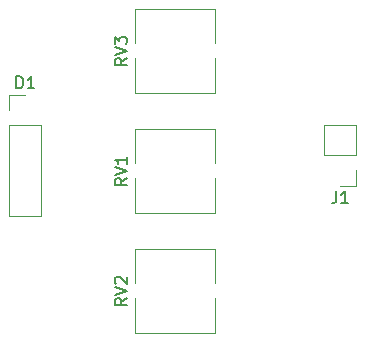
<source format=gto>
G04 #@! TF.FileFunction,Legend,Top*
%FSLAX46Y46*%
G04 Gerber Fmt 4.6, Leading zero omitted, Abs format (unit mm)*
G04 Created by KiCad (PCBNEW 4.0.7) date 01/16/19 16:16:52*
%MOMM*%
%LPD*%
G01*
G04 APERTURE LIST*
%ADD10C,0.100000*%
%ADD11C,0.120000*%
%ADD12C,0.150000*%
G04 APERTURE END LIST*
D10*
D11*
X115510000Y-105470000D02*
X118170000Y-105470000D01*
X115510000Y-97790000D02*
X115510000Y-105470000D01*
X118170000Y-97790000D02*
X118170000Y-105470000D01*
X115510000Y-97790000D02*
X118170000Y-97790000D01*
X115510000Y-96520000D02*
X115510000Y-95190000D01*
X115510000Y-95190000D02*
X116840000Y-95190000D01*
X144840000Y-97730000D02*
X142180000Y-97730000D01*
X144840000Y-100330000D02*
X144840000Y-97730000D01*
X142180000Y-100330000D02*
X142180000Y-97730000D01*
X144840000Y-100330000D02*
X142180000Y-100330000D01*
X144840000Y-101600000D02*
X144840000Y-102930000D01*
X144840000Y-102930000D02*
X143510000Y-102930000D01*
X126180000Y-105220000D02*
X126180000Y-102211000D01*
X126180000Y-100989000D02*
X126180000Y-98100000D01*
X132900000Y-105220000D02*
X132900000Y-102211000D01*
X132900000Y-100989000D02*
X132900000Y-98100000D01*
X126180000Y-105220000D02*
X132900000Y-105220000D01*
X126180000Y-98100000D02*
X132900000Y-98100000D01*
X126180000Y-115380000D02*
X126180000Y-112371000D01*
X126180000Y-111149000D02*
X126180000Y-108260000D01*
X132900000Y-115380000D02*
X132900000Y-112371000D01*
X132900000Y-111149000D02*
X132900000Y-108260000D01*
X126180000Y-115380000D02*
X132900000Y-115380000D01*
X126180000Y-108260000D02*
X132900000Y-108260000D01*
X126180000Y-95060000D02*
X126180000Y-92051000D01*
X126180000Y-90829000D02*
X126180000Y-87940000D01*
X132900000Y-95060000D02*
X132900000Y-92051000D01*
X132900000Y-90829000D02*
X132900000Y-87940000D01*
X126180000Y-95060000D02*
X132900000Y-95060000D01*
X126180000Y-87940000D02*
X132900000Y-87940000D01*
D12*
X116101905Y-94642381D02*
X116101905Y-93642381D01*
X116340000Y-93642381D01*
X116482858Y-93690000D01*
X116578096Y-93785238D01*
X116625715Y-93880476D01*
X116673334Y-94070952D01*
X116673334Y-94213810D01*
X116625715Y-94404286D01*
X116578096Y-94499524D01*
X116482858Y-94594762D01*
X116340000Y-94642381D01*
X116101905Y-94642381D01*
X117625715Y-94642381D02*
X117054286Y-94642381D01*
X117340000Y-94642381D02*
X117340000Y-93642381D01*
X117244762Y-93785238D01*
X117149524Y-93880476D01*
X117054286Y-93928095D01*
X143176667Y-103382381D02*
X143176667Y-104096667D01*
X143129047Y-104239524D01*
X143033809Y-104334762D01*
X142890952Y-104382381D01*
X142795714Y-104382381D01*
X144176667Y-104382381D02*
X143605238Y-104382381D01*
X143890952Y-104382381D02*
X143890952Y-103382381D01*
X143795714Y-103525238D01*
X143700476Y-103620476D01*
X143605238Y-103668095D01*
X125442381Y-102255238D02*
X124966190Y-102588572D01*
X125442381Y-102826667D02*
X124442381Y-102826667D01*
X124442381Y-102445714D01*
X124490000Y-102350476D01*
X124537619Y-102302857D01*
X124632857Y-102255238D01*
X124775714Y-102255238D01*
X124870952Y-102302857D01*
X124918571Y-102350476D01*
X124966190Y-102445714D01*
X124966190Y-102826667D01*
X124442381Y-101969524D02*
X125442381Y-101636191D01*
X124442381Y-101302857D01*
X125442381Y-100445714D02*
X125442381Y-101017143D01*
X125442381Y-100731429D02*
X124442381Y-100731429D01*
X124585238Y-100826667D01*
X124680476Y-100921905D01*
X124728095Y-101017143D01*
X125442381Y-112415238D02*
X124966190Y-112748572D01*
X125442381Y-112986667D02*
X124442381Y-112986667D01*
X124442381Y-112605714D01*
X124490000Y-112510476D01*
X124537619Y-112462857D01*
X124632857Y-112415238D01*
X124775714Y-112415238D01*
X124870952Y-112462857D01*
X124918571Y-112510476D01*
X124966190Y-112605714D01*
X124966190Y-112986667D01*
X124442381Y-112129524D02*
X125442381Y-111796191D01*
X124442381Y-111462857D01*
X124537619Y-111177143D02*
X124490000Y-111129524D01*
X124442381Y-111034286D01*
X124442381Y-110796190D01*
X124490000Y-110700952D01*
X124537619Y-110653333D01*
X124632857Y-110605714D01*
X124728095Y-110605714D01*
X124870952Y-110653333D01*
X125442381Y-111224762D01*
X125442381Y-110605714D01*
X125442381Y-92095238D02*
X124966190Y-92428572D01*
X125442381Y-92666667D02*
X124442381Y-92666667D01*
X124442381Y-92285714D01*
X124490000Y-92190476D01*
X124537619Y-92142857D01*
X124632857Y-92095238D01*
X124775714Y-92095238D01*
X124870952Y-92142857D01*
X124918571Y-92190476D01*
X124966190Y-92285714D01*
X124966190Y-92666667D01*
X124442381Y-91809524D02*
X125442381Y-91476191D01*
X124442381Y-91142857D01*
X124442381Y-90904762D02*
X124442381Y-90285714D01*
X124823333Y-90619048D01*
X124823333Y-90476190D01*
X124870952Y-90380952D01*
X124918571Y-90333333D01*
X125013810Y-90285714D01*
X125251905Y-90285714D01*
X125347143Y-90333333D01*
X125394762Y-90380952D01*
X125442381Y-90476190D01*
X125442381Y-90761905D01*
X125394762Y-90857143D01*
X125347143Y-90904762D01*
M02*

</source>
